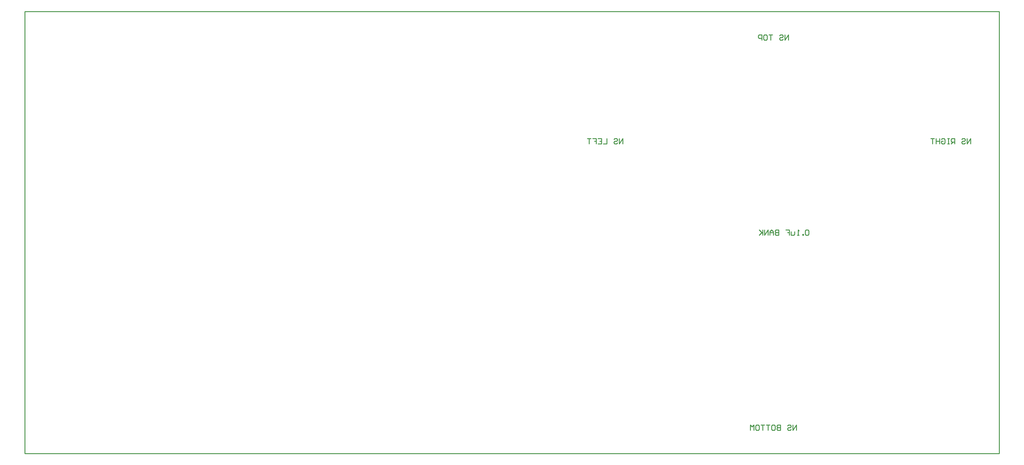
<source format=gbo>
G04 Layer_Color=32896*
%FSLAX25Y25*%
%MOIN*%
G70*
G01*
G75*
%ADD22C,0.01000*%
D22*
X1067500Y350400D02*
Y356398D01*
X1063501Y350400D01*
Y356398D01*
X1057503Y355398D02*
X1058503Y356398D01*
X1060502D01*
X1061502Y355398D01*
Y354399D01*
X1060502Y353399D01*
X1058503D01*
X1057503Y352399D01*
Y351400D01*
X1058503Y350400D01*
X1060502D01*
X1061502Y351400D01*
X1049506Y350400D02*
Y356398D01*
X1046507D01*
X1045507Y355398D01*
Y353399D01*
X1046507Y352399D01*
X1049506D01*
X1047507D02*
X1045507Y350400D01*
X1043508Y356398D02*
X1041508D01*
X1042508D01*
Y350400D01*
X1043508D01*
X1041508D01*
X1034511Y355398D02*
X1035510Y356398D01*
X1037510D01*
X1038509Y355398D01*
Y351400D01*
X1037510Y350400D01*
X1035510D01*
X1034511Y351400D01*
Y353399D01*
X1036510D01*
X1032511Y356398D02*
Y350400D01*
Y353399D01*
X1028513D01*
Y356398D01*
Y350400D01*
X1026513Y356398D02*
X1022515D01*
X1024514D01*
Y350400D01*
X871000Y26300D02*
Y32298D01*
X867001Y26300D01*
Y32298D01*
X861003Y31298D02*
X862003Y32298D01*
X864002D01*
X865002Y31298D01*
Y30299D01*
X864002Y29299D01*
X862003D01*
X861003Y28299D01*
Y27300D01*
X862003Y26300D01*
X864002D01*
X865002Y27300D01*
X853006Y32298D02*
Y26300D01*
X850007D01*
X849007Y27300D01*
Y28299D01*
X850007Y29299D01*
X853006D01*
X850007D01*
X849007Y30299D01*
Y31298D01*
X850007Y32298D01*
X853006D01*
X844009D02*
X846008D01*
X847008Y31298D01*
Y27300D01*
X846008Y26300D01*
X844009D01*
X843009Y27300D01*
Y31298D01*
X844009Y32298D01*
X841010D02*
X837011D01*
X839010D01*
Y26300D01*
X835012Y32298D02*
X831013D01*
X833012D01*
Y26300D01*
X826015Y32298D02*
X828014D01*
X829014Y31298D01*
Y27300D01*
X828014Y26300D01*
X826015D01*
X825015Y27300D01*
Y31298D01*
X826015Y32298D01*
X823015Y26300D02*
Y32298D01*
X821016Y30299D01*
X819017Y32298D01*
Y26300D01*
X675000Y350400D02*
Y356398D01*
X671001Y350400D01*
Y356398D01*
X665003Y355398D02*
X666003Y356398D01*
X668002D01*
X669002Y355398D01*
Y354399D01*
X668002Y353399D01*
X666003D01*
X665003Y352399D01*
Y351400D01*
X666003Y350400D01*
X668002D01*
X669002Y351400D01*
X657006Y356398D02*
Y350400D01*
X653007D01*
X647009Y356398D02*
X651008D01*
Y350400D01*
X647009D01*
X651008Y353399D02*
X649008D01*
X641011Y356398D02*
X645010D01*
Y353399D01*
X643010D01*
X645010D01*
Y350400D01*
X639012Y356398D02*
X635013D01*
X637012D01*
Y350400D01*
X862000Y467700D02*
Y473698D01*
X858001Y467700D01*
Y473698D01*
X852003Y472698D02*
X853003Y473698D01*
X855002D01*
X856002Y472698D01*
Y471699D01*
X855002Y470699D01*
X853003D01*
X852003Y469699D01*
Y468700D01*
X853003Y467700D01*
X855002D01*
X856002Y468700D01*
X844006Y473698D02*
X840007D01*
X842006D01*
Y467700D01*
X835009Y473698D02*
X837008D01*
X838008Y472698D01*
Y468700D01*
X837008Y467700D01*
X835009D01*
X834009Y468700D01*
Y472698D01*
X835009Y473698D01*
X832010Y467700D02*
Y473698D01*
X829011D01*
X828011Y472698D01*
Y470699D01*
X829011Y469699D01*
X832010D01*
X884900Y251998D02*
X883900Y252998D01*
X881901D01*
X880901Y251998D01*
Y248000D01*
X881901Y247000D01*
X883900D01*
X884900Y248000D01*
Y251998D01*
X878902Y247000D02*
Y248000D01*
X877902D01*
Y247000D01*
X878902D01*
X873904D02*
X871904D01*
X872904D01*
Y252998D01*
X873904Y251998D01*
X868905Y250999D02*
Y248000D01*
X867906Y247000D01*
X864907D01*
Y250999D01*
X858908Y252998D02*
X862907D01*
Y249999D01*
X860908D01*
X862907D01*
Y247000D01*
X850911Y252998D02*
Y247000D01*
X847912D01*
X846912Y248000D01*
Y248999D01*
X847912Y249999D01*
X850911D01*
X847912D01*
X846912Y250999D01*
Y251998D01*
X847912Y252998D01*
X850911D01*
X844913Y247000D02*
Y250999D01*
X842914Y252998D01*
X840914Y250999D01*
Y247000D01*
Y249999D01*
X844913D01*
X838915Y247000D02*
Y252998D01*
X834916Y247000D01*
Y252998D01*
X832917D02*
Y247000D01*
Y248999D01*
X828918Y252998D01*
X831917Y249999D01*
X828918Y247000D01*
X0Y0D02*
Y500000D01*
X1100000D01*
Y0D02*
Y500000D01*
X0Y0D02*
X1100000D01*
M02*

</source>
